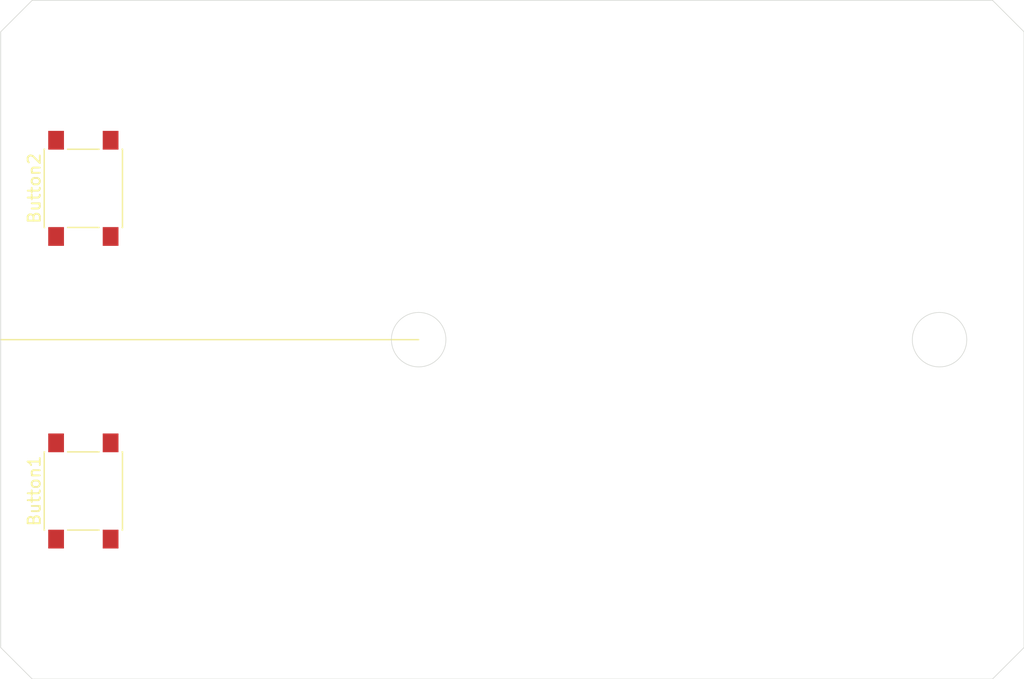
<source format=kicad_pcb>
(kicad_pcb (version 20171130) (host pcbnew "(5.1.4-0)")

  (general
    (thickness 1.6)
    (drawings 11)
    (tracks 0)
    (zones 0)
    (modules 2)
    (nets 1)
  )

  (page A4)
  (layers
    (0 F.Cu signal)
    (31 B.Cu signal)
    (32 B.Adhes user)
    (33 F.Adhes user)
    (34 B.Paste user)
    (35 F.Paste user)
    (36 B.SilkS user)
    (37 F.SilkS user)
    (38 B.Mask user)
    (39 F.Mask user)
    (40 Dwgs.User user)
    (41 Cmts.User user)
    (42 Eco1.User user)
    (43 Eco2.User user)
    (44 Edge.Cuts user)
    (45 Margin user)
    (46 B.CrtYd user)
    (47 F.CrtYd user)
    (48 B.Fab user)
    (49 F.Fab user)
  )

  (setup
    (last_trace_width 0.25)
    (trace_clearance 0.2)
    (zone_clearance 0.508)
    (zone_45_only no)
    (trace_min 0.2)
    (via_size 0.8)
    (via_drill 0.4)
    (via_min_size 0.4)
    (via_min_drill 0.3)
    (uvia_size 0.3)
    (uvia_drill 0.1)
    (uvias_allowed no)
    (uvia_min_size 0.2)
    (uvia_min_drill 0.1)
    (edge_width 0.05)
    (segment_width 0.2)
    (pcb_text_width 0.3)
    (pcb_text_size 1.5 1.5)
    (mod_edge_width 0.12)
    (mod_text_size 1 1)
    (mod_text_width 0.15)
    (pad_size 1.524 1.524)
    (pad_drill 0.762)
    (pad_to_mask_clearance 0.051)
    (solder_mask_min_width 0.25)
    (aux_axis_origin 0 0)
    (visible_elements FFFFFFFF)
    (pcbplotparams
      (layerselection 0x010fc_ffffffff)
      (usegerberextensions false)
      (usegerberattributes false)
      (usegerberadvancedattributes false)
      (creategerberjobfile false)
      (excludeedgelayer true)
      (linewidth 0.100000)
      (plotframeref false)
      (viasonmask false)
      (mode 1)
      (useauxorigin false)
      (hpglpennumber 1)
      (hpglpenspeed 20)
      (hpglpendiameter 15.000000)
      (psnegative false)
      (psa4output false)
      (plotreference true)
      (plotvalue true)
      (plotinvisibletext false)
      (padsonsilk false)
      (subtractmaskfromsilk false)
      (outputformat 1)
      (mirror false)
      (drillshape 1)
      (scaleselection 1)
      (outputdirectory ""))
  )

  (net 0 "")

  (net_class Default "This is the default net class."
    (clearance 0.2)
    (trace_width 0.25)
    (via_dia 0.8)
    (via_drill 0.4)
    (uvia_dia 0.3)
    (uvia_drill 0.1)
  )

  (module Button_Switch_SMD:SW_Push_1P1T_NO_6x6mm_H9.5mm (layer F.Cu) (tedit 5CA1CA7F) (tstamp 5DD76286)
    (at 6.82 40.535 90)
    (descr "tactile push button, 6x6mm e.g. PTS645xx series, height=9.5mm")
    (tags "tact sw push 6mm smd")
    (attr smd)
    (fp_text reference Button1 (at 0 -4.05 90) (layer F.SilkS)
      (effects (font (size 1 1) (thickness 0.15)))
    )
    (fp_text value SW_Push_1P1T_NO_6x6mm_H9.5mm (at 0 4.15 90) (layer F.Fab)
      (effects (font (size 1 1) (thickness 0.15)))
    )
    (fp_text user %R (at 0 -4.05 90) (layer F.Fab)
      (effects (font (size 1 1) (thickness 0.15)))
    )
    (fp_line (start -3 -3) (end -3 3) (layer F.Fab) (width 0.1))
    (fp_line (start -3 3) (end 3 3) (layer F.Fab) (width 0.1))
    (fp_line (start 3 3) (end 3 -3) (layer F.Fab) (width 0.1))
    (fp_line (start 3 -3) (end -3 -3) (layer F.Fab) (width 0.1))
    (fp_line (start 5 3.25) (end 5 -3.25) (layer F.CrtYd) (width 0.05))
    (fp_line (start -5 -3.25) (end -5 3.25) (layer F.CrtYd) (width 0.05))
    (fp_line (start -5 3.25) (end 5 3.25) (layer F.CrtYd) (width 0.05))
    (fp_line (start -5 -3.25) (end 5 -3.25) (layer F.CrtYd) (width 0.05))
    (fp_line (start 3.23 -3.23) (end 3.23 -3.2) (layer F.SilkS) (width 0.12))
    (fp_line (start 3.23 3.23) (end 3.23 3.2) (layer F.SilkS) (width 0.12))
    (fp_line (start -3.23 3.23) (end -3.23 3.2) (layer F.SilkS) (width 0.12))
    (fp_line (start -3.23 -3.2) (end -3.23 -3.23) (layer F.SilkS) (width 0.12))
    (fp_line (start 3.23 -1.3) (end 3.23 1.3) (layer F.SilkS) (width 0.12))
    (fp_line (start -3.23 -3.23) (end 3.23 -3.23) (layer F.SilkS) (width 0.12))
    (fp_line (start -3.23 -1.3) (end -3.23 1.3) (layer F.SilkS) (width 0.12))
    (fp_line (start -3.23 3.23) (end 3.23 3.23) (layer F.SilkS) (width 0.12))
    (fp_circle (center 0 0) (end 1.75 -0.05) (layer F.Fab) (width 0.1))
    (pad 2 smd rect (at -3.975 2.25 90) (size 1.55 1.3) (layers F.Cu F.Paste F.Mask))
    (pad 1 smd rect (at -3.975 -2.25 90) (size 1.55 1.3) (layers F.Cu F.Paste F.Mask))
    (pad 1 smd rect (at 3.975 -2.25 90) (size 1.55 1.3) (layers F.Cu F.Paste F.Mask))
    (pad 2 smd rect (at 3.975 2.25 90) (size 1.55 1.3) (layers F.Cu F.Paste F.Mask))
    (model ${KISYS3DMOD}/Button_Switch_SMD.3dshapes/SW_PUSH_6mm_H9.5mm.wrl
      (at (xyz 0 0 0))
      (scale (xyz 1 1 1))
      (rotate (xyz 0 0 0))
    )
  )

  (module Button_Switch_SMD:SW_Push_1P1T_NO_6x6mm_H9.5mm (layer F.Cu) (tedit 5CA1CA7F) (tstamp 5DD76264)
    (at 6.82 15.535 90)
    (descr "tactile push button, 6x6mm e.g. PTS645xx series, height=9.5mm")
    (tags "tact sw push 6mm smd")
    (attr smd)
    (fp_text reference Button2 (at 0 -4.05 90) (layer F.SilkS)
      (effects (font (size 1 1) (thickness 0.15)))
    )
    (fp_text value SW_Push_1P1T_NO_6x6mm_H9.5mm (at 0 4.15 90) (layer F.Fab)
      (effects (font (size 1 1) (thickness 0.15)))
    )
    (fp_circle (center 0 0) (end 1.75 -0.05) (layer F.Fab) (width 0.1))
    (fp_line (start -3.23 3.23) (end 3.23 3.23) (layer F.SilkS) (width 0.12))
    (fp_line (start -3.23 -1.3) (end -3.23 1.3) (layer F.SilkS) (width 0.12))
    (fp_line (start -3.23 -3.23) (end 3.23 -3.23) (layer F.SilkS) (width 0.12))
    (fp_line (start 3.23 -1.3) (end 3.23 1.3) (layer F.SilkS) (width 0.12))
    (fp_line (start -3.23 -3.2) (end -3.23 -3.23) (layer F.SilkS) (width 0.12))
    (fp_line (start -3.23 3.23) (end -3.23 3.2) (layer F.SilkS) (width 0.12))
    (fp_line (start 3.23 3.23) (end 3.23 3.2) (layer F.SilkS) (width 0.12))
    (fp_line (start 3.23 -3.23) (end 3.23 -3.2) (layer F.SilkS) (width 0.12))
    (fp_line (start -5 -3.25) (end 5 -3.25) (layer F.CrtYd) (width 0.05))
    (fp_line (start -5 3.25) (end 5 3.25) (layer F.CrtYd) (width 0.05))
    (fp_line (start -5 -3.25) (end -5 3.25) (layer F.CrtYd) (width 0.05))
    (fp_line (start 5 3.25) (end 5 -3.25) (layer F.CrtYd) (width 0.05))
    (fp_line (start 3 -3) (end -3 -3) (layer F.Fab) (width 0.1))
    (fp_line (start 3 3) (end 3 -3) (layer F.Fab) (width 0.1))
    (fp_line (start -3 3) (end 3 3) (layer F.Fab) (width 0.1))
    (fp_line (start -3 -3) (end -3 3) (layer F.Fab) (width 0.1))
    (fp_text user %R (at 0 -4.05 90) (layer F.Fab)
      (effects (font (size 1 1) (thickness 0.15)))
    )
    (pad 2 smd rect (at 3.975 2.25 90) (size 1.55 1.3) (layers F.Cu F.Paste F.Mask))
    (pad 1 smd rect (at 3.975 -2.25 90) (size 1.55 1.3) (layers F.Cu F.Paste F.Mask))
    (pad 1 smd rect (at -3.975 -2.25 90) (size 1.55 1.3) (layers F.Cu F.Paste F.Mask))
    (pad 2 smd rect (at -3.975 2.25 90) (size 1.55 1.3) (layers F.Cu F.Paste F.Mask))
    (model ${KISYS3DMOD}/Button_Switch_SMD.3dshapes/SW_PUSH_6mm_H9.5mm.wrl
      (at (xyz 0 0 0))
      (scale (xyz 1 1 1))
      (rotate (xyz 0 0 0))
    )
  )

  (gr_line (start 0 28.035) (end 34.5 28.035) (layer F.SilkS) (width 0.12))
  (gr_circle (center 34.5 28.035) (end 34.5 30.285) (layer Edge.Cuts) (width 0.05))
  (gr_circle (center 77.5 28.035) (end 77.5 30.285) (layer Edge.Cuts) (width 0.05))
  (gr_line (start 2.6 0) (end 81.87 0) (layer Edge.Cuts) (width 0.05) (tstamp 5DD7619E))
  (gr_line (start 81.87 0) (end 84.47 2.6) (layer Edge.Cuts) (width 0.05))
  (gr_line (start 84.47 2.6) (end 84.47 53.47) (layer Edge.Cuts) (width 0.05))
  (gr_line (start 84.47 53.47) (end 81.87 56.07) (layer Edge.Cuts) (width 0.05))
  (gr_line (start 81.87 56.07) (end 2.6 56.07) (layer Edge.Cuts) (width 0.05))
  (gr_line (start 2.6 56.07) (end 0 53.47) (layer Edge.Cuts) (width 0.05))
  (gr_line (start 0 53.47) (end 0 2.6) (layer Edge.Cuts) (width 0.05))
  (gr_line (start 0 2.6) (end 2.6 0) (layer Edge.Cuts) (width 0.05))

)

</source>
